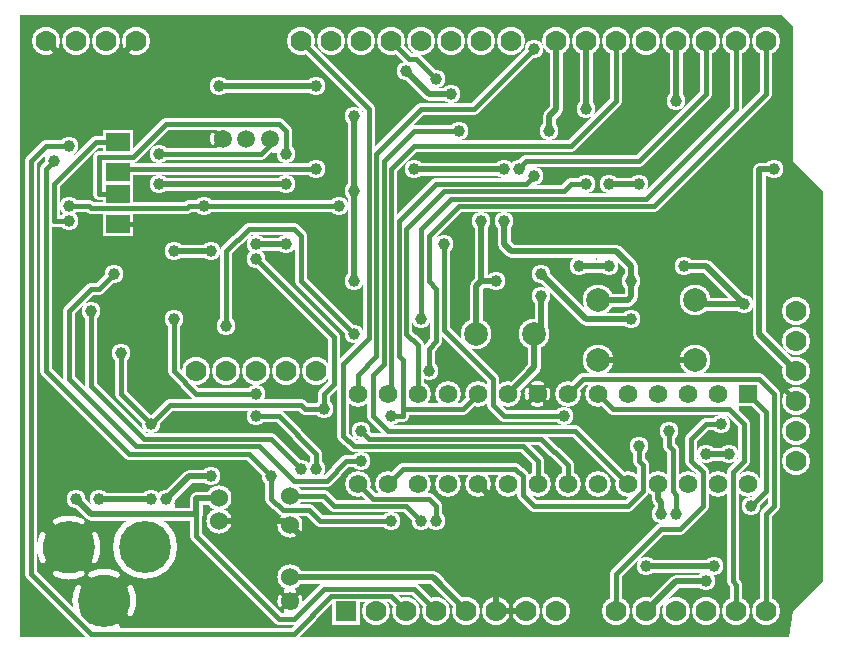
<source format=gbr>
G04 GERBER ASCII OUTPUT FROM: EDWINXP (VER. 1.61 REV. 20080915)*
G04 GERBER FORMAT: RX-274-X*
G04 BOARD: AMICUS_PIC18_MK2*
G04 ARTWORK OF SOLD.LAYERPOSITIVE SUPERIMPOSED ON NEGATIVE*
%ASAXBY*%
%FSLAX23Y23*%
%MIA0B0*%
%MOIN*%
%OFA0.0000B0.0000*%
%SFA1B1*%
%IJA0B0*%
%INLAYER29NEGPOS*%
%IOA0B0*%
%IPPOS*%
%IR0*%
G04 APERTURE MACROS*
%AMEDWDONUT*
1,1,$1,$2,$3*
1,0,$4,$2,$3*
%
%AMEDWFRECT*
20,1,$1,$2,$3,$4,$5,$6*
%
%AMEDWORECT*
20,1,$1,$2,$3,$4,$5,$10*
20,1,$1,$4,$5,$6,$7,$10*
20,1,$1,$6,$7,$8,$9,$10*
20,1,$1,$8,$9,$2,$3,$10*
1,1,$1,$2,$3*
1,1,$1,$4,$5*
1,1,$1,$6,$7*
1,1,$1,$8,$9*
%
%AMEDWLINER*
20,1,$1,$2,$3,$4,$5,$6*
1,1,$1,$2,$3*
1,1,$1,$4,$5*
%
%AMEDWFTRNG*
4,1,3,$1,$2,$3,$4,$5,$6,$7,$8,$9*
%
%AMEDWATRNG*
4,1,3,$1,$2,$3,$4,$5,$6,$7,$8,$9*
20,1,$11,$1,$2,$3,$4,$10*
20,1,$11,$3,$4,$5,$6,$10*
20,1,$11,$5,$6,$7,$8,$10*
1,1,$11,$3,$4*
1,1,$11,$5,$6*
1,1,$11,$7,$8*
%
%AMEDWOTRNG*
20,1,$1,$2,$3,$4,$5,$8*
20,1,$1,$4,$5,$6,$7,$8*
20,1,$1,$6,$7,$2,$3,$8*
1,1,$1,$2,$3*
1,1,$1,$4,$5*
1,1,$1,$6,$7*
%
G04*
G04 APERTURE LIST*
%ADD10R,0.08661X0.0700*%
%ADD11R,0.11061X0.0940*%
%ADD12R,0.07874X0.0600*%
%ADD13R,0.10274X0.0840*%
%ADD14R,0.0700X0.0650*%
%ADD15R,0.0940X0.0890*%
%ADD16R,0.0600X0.0550*%
%ADD17R,0.0840X0.0790*%
%ADD18R,0.0250X0.0860*%
%ADD19R,0.0490X0.1100*%
%ADD20R,0.0150X0.0750*%
%ADD21R,0.0390X0.0990*%
%ADD22R,0.0700X0.0700*%
%ADD23R,0.0940X0.0940*%
%ADD24R,0.0600X0.0600*%
%ADD25R,0.0840X0.0840*%
%ADD26R,0.0750X0.0250*%
%ADD27R,0.0990X0.0490*%
%ADD28R,0.0700X0.0200*%
%ADD29R,0.0940X0.0440*%
%ADD30R,0.0570X0.0970*%
%ADD31R,0.0810X0.1210*%
%ADD32R,0.0470X0.0870*%
%ADD33R,0.0710X0.1110*%
%ADD34R,0.1520X0.0970*%
%ADD35R,0.1760X0.1210*%
%ADD36R,0.1420X0.0870*%
%ADD37R,0.1660X0.1110*%
%ADD38R,0.0650X0.0700*%
%ADD39R,0.0890X0.0940*%
%ADD40R,0.0550X0.0600*%
%ADD41R,0.0790X0.0840*%
%ADD42R,0.04724X0.06693*%
%ADD43R,0.07124X0.09093*%
%ADD44R,0.03937X0.05906*%
%ADD45R,0.06337X0.08306*%
%ADD46R,0.0500X0.0580*%
%ADD47R,0.0740X0.0820*%
%ADD48R,0.0400X0.0480*%
%ADD49R,0.0640X0.0720*%
%ADD50R,0.0860X0.0860*%
%ADD51R,0.1100X0.1100*%
%ADD52R,0.06693X0.04724*%
%ADD53R,0.09093X0.07124*%
%ADD54R,0.05906X0.03937*%
%ADD55R,0.08306X0.06337*%
%ADD56R,0.07087X0.06693*%
%ADD57R,0.09487X0.09093*%
%ADD58R,0.06299X0.05906*%
%ADD59R,0.08699X0.08306*%
%ADD60R,0.1100X0.0800*%
%ADD61R,0.1340X0.1040*%
%ADD62R,0.1000X0.0700*%
%ADD63R,0.1240X0.0940*%
%ADD64C,0.00039*%
%ADD66C,0.0010*%
%ADD68C,0.00118*%
%ADD70C,0.0020*%
%ADD71R,0.0020X0.0020*%
%ADD72C,0.0030*%
%ADD73R,0.0030X0.0030*%
%ADD74C,0.00394*%
%ADD76C,0.0040*%
%ADD77R,0.0040X0.0040*%
%ADD78C,0.00472*%
%ADD80C,0.0050*%
%ADD81R,0.0050X0.0050*%
%ADD82C,0.00512*%
%ADD83R,0.00512X0.00512*%
%ADD84C,0.00551*%
%ADD85R,0.00551X0.00551*%
%ADD86C,0.00591*%
%ADD87R,0.00591X0.00591*%
%ADD88C,0.00659*%
%ADD89R,0.00659X0.00659*%
%ADD90C,0.00787*%
%ADD91R,0.00787X0.00787*%
%ADD92C,0.00799*%
%ADD94C,0.0080*%
%ADD96C,0.00984*%
%ADD97R,0.00984X0.00984*%
%ADD98C,0.0100*%
%ADD99R,0.0100X0.0100*%
%ADD100C,0.01181*%
%ADD102C,0.0120*%
%ADD104C,0.0120*%
%ADD106C,0.0130*%
%ADD108C,0.01575*%
%ADD110C,0.0160*%
%ADD111R,0.0160X0.0160*%
%ADD112C,0.01698*%
%ADD113R,0.01698X0.01698*%
%ADD114C,0.01797*%
%ADD115R,0.01797X0.01797*%
%ADD116C,0.01895*%
%ADD117R,0.01895X0.01895*%
%ADD118C,0.01969*%
%ADD119R,0.01969X0.01969*%
%ADD120C,0.01994*%
%ADD121R,0.01994X0.01994*%
%ADD122C,0.0200*%
%ADD124C,0.02092*%
%ADD125R,0.02092X0.02092*%
%ADD126C,0.02191*%
%ADD127R,0.02191X0.02191*%
%ADD128C,0.02289*%
%ADD129R,0.02289X0.02289*%
%ADD130C,0.02362*%
%ADD131R,0.02362X0.02362*%
%ADD132C,0.02387*%
%ADD133R,0.02387X0.02387*%
%ADD134C,0.0240*%
%ADD135R,0.0240X0.0240*%
%ADD136C,0.0240*%
%ADD137R,0.0240X0.0240*%
%ADD138C,0.02486*%
%ADD139R,0.02486X0.02486*%
%ADD140C,0.0250*%
%ADD141R,0.0250X0.0250*%
%ADD142C,0.02584*%
%ADD143R,0.02584X0.02584*%
%ADD144C,0.02683*%
%ADD145R,0.02683X0.02683*%
%ADD146C,0.02781*%
%ADD147R,0.02781X0.02781*%
%ADD148C,0.02794*%
%ADD150C,0.0288*%
%ADD151R,0.0288X0.0288*%
%ADD152C,0.0290*%
%ADD154C,0.02912*%
%ADD155R,0.02912X0.02912*%
%ADD156C,0.02951*%
%ADD157R,0.02951X0.02951*%
%ADD158C,0.02978*%
%ADD159R,0.02978X0.02978*%
%ADD160C,0.02991*%
%ADD161R,0.02991X0.02991*%
%ADD162C,0.0300*%
%ADD163R,0.0300X0.0300*%
%ADD164C,0.03059*%
%ADD165R,0.03059X0.03059*%
%ADD166C,0.03076*%
%ADD167R,0.03076X0.03076*%
%ADD168C,0.03175*%
%ADD169R,0.03175X0.03175*%
%ADD170C,0.03199*%
%ADD171R,0.03199X0.03199*%
%ADD172C,0.0320*%
%ADD173R,0.0320X0.0320*%
%ADD174C,0.03273*%
%ADD175R,0.03273X0.03273*%
%ADD176C,0.03372*%
%ADD177R,0.03372X0.03372*%
%ADD178C,0.0347*%
%ADD179R,0.0347X0.0347*%
%ADD180C,0.0350*%
%ADD181R,0.0350X0.0350*%
%ADD182C,0.03569*%
%ADD183R,0.03569X0.03569*%
%ADD184C,0.03581*%
%ADD186C,0.0360*%
%ADD188C,0.03667*%
%ADD189R,0.03667X0.03667*%
%ADD190C,0.0370*%
%ADD192C,0.03937*%
%ADD193R,0.03937X0.03937*%
%ADD194C,0.03962*%
%ADD195R,0.03962X0.03962*%
%ADD196C,0.03975*%
%ADD198C,0.0400*%
%ADD199R,0.0400X0.0400*%
%ADD200C,0.04061*%
%ADD201R,0.04061X0.04061*%
%ADD202C,0.04159*%
%ADD203R,0.04159X0.04159*%
%ADD204C,0.04173*%
%ADD205R,0.04173X0.04173*%
%ADD206C,0.04356*%
%ADD207R,0.04356X0.04356*%
%ADD208C,0.0440*%
%ADD210C,0.0450*%
%ADD211R,0.0450X0.0450*%
%ADD212C,0.04724*%
%ADD213R,0.04724X0.04724*%
%ADD214C,0.0475*%
%ADD215R,0.0475X0.0475*%
%ADD216C,0.0490*%
%ADD217R,0.0490X0.0490*%
%ADD218C,0.0500*%
%ADD219R,0.0500X0.0500*%
%ADD220C,0.05118*%
%ADD221R,0.05118X0.05118*%
%ADD222C,0.05143*%
%ADD223R,0.05143X0.05143*%
%ADD224C,0.05537*%
%ADD225R,0.05537X0.05537*%
%ADD226C,0.0560*%
%ADD227R,0.0560X0.0560*%
%ADD228C,0.0590*%
%ADD229R,0.0590X0.0590*%
%ADD230C,0.05906*%
%ADD231R,0.05906X0.05906*%
%ADD232C,0.05931*%
%ADD233R,0.05931X0.05931*%
%ADD234C,0.0600*%
%ADD235R,0.0600X0.0600*%
%ADD236C,0.06181*%
%ADD238C,0.0620*%
%ADD240C,0.06201*%
%ADD242C,0.06337*%
%ADD243R,0.06337X0.06337*%
%ADD244C,0.0650*%
%ADD245R,0.0650X0.0650*%
%ADD246C,0.06693*%
%ADD247R,0.06693X0.06693*%
%ADD248C,0.06718*%
%ADD249R,0.06718X0.06718*%
%ADD250C,0.0690*%
%ADD251R,0.0690X0.0690*%
%ADD252C,0.06906*%
%ADD253R,0.06906X0.06906*%
%ADD254C,0.06969*%
%ADD255R,0.06969X0.06969*%
%ADD256C,0.0700*%
%ADD257R,0.0700X0.0700*%
%ADD258C,0.07087*%
%ADD259R,0.07087X0.07087*%
%ADD260C,0.0740*%
%ADD262C,0.0750*%
%ADD263R,0.0750X0.0750*%
%ADD264C,0.07598*%
%ADD266C,0.0760*%
%ADD268C,0.07874*%
%ADD269R,0.07874X0.07874*%
%ADD270C,0.0800*%
%ADD271R,0.0800X0.0800*%
%ADD272C,0.08268*%
%ADD273R,0.08268X0.08268*%
%ADD274C,0.08306*%
%ADD275R,0.08306X0.08306*%
%ADD276C,0.0840*%
%ADD277R,0.0840X0.0840*%
%ADD278C,0.08581*%
%ADD280C,0.08598*%
%ADD282C,0.0860*%
%ADD283R,0.0860X0.0860*%
%ADD284C,0.08601*%
%ADD286C,0.08661*%
%ADD287R,0.08661X0.08661*%
%ADD288C,0.0890*%
%ADD289R,0.0890X0.0890*%
%ADD290C,0.0900*%
%ADD291R,0.0900X0.0900*%
%ADD292C,0.09093*%
%ADD293R,0.09093X0.09093*%
%ADD294C,0.09369*%
%ADD295R,0.09369X0.09369*%
%ADD296C,0.0940*%
%ADD297R,0.0940X0.0940*%
%ADD298C,0.09843*%
%ADD299R,0.09843X0.09843*%
%ADD300C,0.0990*%
%ADD301R,0.0990X0.0990*%
%ADD302C,0.09998*%
%ADD304C,0.1000*%
%ADD306C,0.10274*%
%ADD307R,0.10274X0.10274*%
%ADD308C,0.1040*%
%ADD309R,0.1040X0.1040*%
%ADD310C,0.1063*%
%ADD312C,0.10668*%
%ADD313R,0.10668X0.10668*%
%ADD314C,0.10998*%
%ADD316C,0.1100*%
%ADD317R,0.1100X0.1100*%
%ADD318C,0.11024*%
%ADD320C,0.11061*%
%ADD321R,0.11061X0.11061*%
%ADD322C,0.1120*%
%ADD323R,0.1120X0.1120*%
%ADD324C,0.1140*%
%ADD325R,0.1140X0.1140*%
%ADD326C,0.11417*%
%ADD327R,0.11417X0.11417*%
%ADD328C,0.1150*%
%ADD329R,0.1150X0.1150*%
%ADD330C,0.11811*%
%ADD332C,0.1200*%
%ADD333R,0.1200X0.1200*%
%ADD334C,0.1250*%
%ADD335R,0.1250X0.1250*%
%ADD336C,0.12992*%
%ADD337R,0.12992X0.12992*%
%ADD338C,0.1300*%
%ADD339R,0.1300X0.1300*%
%ADD340C,0.1390*%
%ADD341R,0.1390X0.1390*%
%ADD342C,0.1440*%
%ADD343R,0.1440X0.1440*%
%ADD344C,0.14567*%
%ADD345R,0.14567X0.14567*%
%ADD346C,0.1490*%
%ADD347R,0.1490X0.1490*%
%ADD348C,0.15354*%
%ADD349R,0.15354X0.15354*%
%ADD350C,0.15374*%
%ADD351R,0.15374X0.15374*%
%ADD352C,0.1540*%
%ADD353R,0.1540X0.1540*%
%ADD354C,0.17323*%
%ADD356C,0.17774*%
%ADD357R,0.17774X0.17774*%
%ADD358C,0.18504*%
%ADD360C,0.18898*%
%ADD362C,0.20904*%
%ADD364C,0.2126*%
%ADD366C,0.21298*%
%ADD368C,0.22835*%
%ADD371R,0.23622X0.23622*%
%ADD373R,0.24937X0.24937*%
%ADD375R,0.26022X0.26022*%
%ADD377R,0.27337X0.27337*%
%ADD379R,0.31496X0.31496*%
%ADD381R,0.32811X0.32811*%
%ADD383R,0.33896X0.33896*%
%ADD385R,0.35211X0.35211*%
%ADD386C,0.45211*%
%ADD387R,0.45211X0.45211*%
%ADD388C,0.55211*%
%ADD389R,0.55211X0.55211*%
%ADD390C,0.65211*%
%ADD391R,0.65211X0.65211*%
%ADD392C,0.75211*%
%ADD393R,0.75211X0.75211*%
%ADD394C,0.85211*%
%ADD395R,0.85211X0.85211*%
%ADD396C,0.95211*%
%ADD397R,0.95211X0.95211*%
%ADD398C,1.05211*%
%ADD399R,1.05211X1.05211*%
%ADD400C,1.15211*%
%ADD401R,1.15211X1.15211*%
%ADD402C,1.25211*%
%ADD403R,1.25211X1.25211*%
%ADD404C,1.35211*%
%ADD405R,1.35211X1.35211*%
%ADD406C,1.45211*%
%ADD407R,1.45211X1.45211*%
%ADD408C,1.55211*%
%ADD409R,1.55211X1.55211*%
%ADD410C,1.65211*%
%ADD411R,1.65211X1.65211*%
%ADD412C,1.75211*%
%ADD413R,1.75211X1.75211*%
%ADD414C,1.85211*%
%ADD415R,1.85211X1.85211*%
%ADD416C,1.95211*%
%ADD417R,1.95211X1.95211*%
G04*
%LNLLAYER29CPOURD*%
%LPD*%
G36*
X1600Y100D02*
X1575Y13D01*
X13Y13D01*
X13Y2088D01*
X2550Y2088D01*
X2588Y2050D01*
X2588Y1600D01*
X2688Y1500D01*
X2688Y200D01*
X2588Y100D01*
X2575Y13D01*
X1638Y13D01*
X1600Y100D01*
G37*
G36*
X1613Y100D02*
X1538Y13D01*
X1700Y13D01*
X1613Y100D01*
G37*
%LNLLAYER29CRELIEVEC*%
%LPC*%
G36*
X1299Y850D02*
X1299Y898D01*
X1323Y898D01*
X1323Y850D01*
X1299Y850D01*
G37*
G36*
X1299Y894D02*
X1299Y937D01*
X1323Y937D01*
X1323Y894D01*
X1299Y894D01*
G37*
G36*
X1299Y933D02*
X1299Y961D01*
X1323Y961D01*
X1323Y933D01*
X1299Y933D01*
G37*
G36*
X1283Y949D02*
X1283Y984D01*
X1303Y984D01*
X1303Y949D01*
X1283Y949D01*
G37*
G36*
X1299Y957D02*
X1299Y984D01*
X1323Y984D01*
X1323Y957D01*
X1299Y957D01*
G37*
D133*
X1295Y992D02*D03*
G36*
X1197Y846D02*
X1197Y882D01*
X1217Y882D01*
X1217Y846D01*
X1197Y846D01*
G37*
G36*
X1212Y858D02*
X1212Y898D01*
X1236Y898D01*
X1236Y858D01*
X1212Y858D01*
G37*
G36*
X1153Y850D02*
X1153Y894D01*
X1173Y894D01*
X1173Y850D01*
X1153Y850D01*
G37*
G36*
X1098Y846D02*
X1098Y894D01*
X1118Y894D01*
X1118Y846D01*
X1098Y846D01*
G37*
G36*
X1098Y890D02*
X1098Y921D01*
X1126Y921D01*
X1126Y890D01*
X1098Y890D01*
G37*
G36*
X1122Y905D02*
X1122Y929D01*
X1142Y929D01*
X1142Y905D01*
X1122Y905D01*
G37*
G36*
X1138Y921D02*
X1138Y957D01*
X1158Y957D01*
X1158Y921D01*
X1138Y921D01*
G37*
D121*
X1128Y935D02*D03*
G36*
X1153Y937D02*
X1153Y977D01*
X1173Y977D01*
X1173Y937D01*
X1153Y937D01*
G37*
G36*
X1165Y972D02*
X1165Y988D01*
X1185Y988D01*
X1185Y972D01*
X1165Y972D01*
G37*
G36*
X1142Y1008D02*
X1142Y1024D01*
X1162Y1024D01*
X1162Y1008D01*
X1142Y1008D01*
G37*
G36*
X1224Y768D02*
X1224Y788D01*
X1248Y788D01*
X1248Y768D01*
X1224Y768D01*
G37*
G36*
X1248Y768D02*
X1248Y791D01*
X1276Y791D01*
X1276Y768D01*
X1248Y768D01*
G37*
G36*
X1197Y748D02*
X1197Y791D01*
X1228Y791D01*
X1228Y748D01*
X1197Y748D01*
G37*
G36*
X1212Y732D02*
X1212Y748D01*
X1232Y748D01*
X1232Y732D01*
X1212Y732D01*
G37*
G36*
X1272Y504D02*
X1272Y547D01*
X1303Y547D01*
X1303Y504D01*
X1272Y504D01*
G37*
G36*
X1283Y543D02*
X1283Y563D01*
X1307Y563D01*
X1307Y543D01*
X1283Y543D01*
G37*
G36*
X1264Y488D02*
X1264Y508D01*
X1307Y508D01*
X1307Y488D01*
X1264Y488D01*
G37*
G36*
X2488Y783D02*
X2488Y823D01*
X2512Y823D01*
X2512Y783D01*
X2488Y783D01*
G37*
G36*
X2472Y799D02*
X2472Y843D01*
X2492Y843D01*
X2492Y799D01*
X2472Y799D01*
G37*
G36*
X2346Y744D02*
X2346Y764D01*
X2370Y764D01*
X2370Y744D01*
X2346Y744D01*
G37*
X2400Y778D02*D03*
X2376Y793D02*D03*
X2392Y793D02*D03*
G36*
X2370Y799D02*
X2370Y839D01*
X2402Y839D01*
X2402Y799D01*
X2370Y799D01*
G37*
D169*
X2382Y850D02*D03*
G36*
X2272Y815D02*
X2272Y862D01*
X2303Y862D01*
X2303Y815D01*
X2272Y815D01*
G37*
G36*
X2264Y787D02*
X2264Y807D01*
X2307Y807D01*
X2307Y787D01*
X2264Y787D01*
G37*
G36*
X2161Y787D02*
X2161Y807D01*
X2209Y807D01*
X2209Y787D01*
X2161Y787D01*
G37*
X2185Y819D02*D03*
G36*
X2169Y831D02*
X2169Y862D01*
X2205Y862D01*
X2205Y831D01*
X2169Y831D01*
G37*
G36*
X2071Y819D02*
X2071Y862D01*
X2102Y862D01*
X2102Y819D01*
X2071Y819D01*
G37*
G36*
X2098Y846D02*
X2098Y862D01*
X2118Y862D01*
X2118Y846D01*
X2098Y846D01*
G37*
G36*
X2063Y787D02*
X2063Y807D01*
X2106Y807D01*
X2106Y787D01*
X2063Y787D01*
G37*
G36*
X2071Y803D02*
X2071Y823D01*
X2102Y823D01*
X2102Y803D01*
X2071Y803D01*
G37*
D133*
X1996Y799D02*D03*
G36*
X1968Y803D02*
X1968Y835D01*
X1988Y835D01*
X1988Y803D01*
X1968Y803D01*
G37*
G36*
X1984Y807D02*
X1984Y835D01*
X2004Y835D01*
X2004Y807D01*
X1984Y807D01*
G37*
G36*
X1968Y831D02*
X1968Y862D01*
X2004Y862D01*
X2004Y831D01*
X1968Y831D01*
G37*
G36*
X1890Y1264D02*
X1890Y1288D01*
X1933Y1288D01*
X1933Y1264D01*
X1890Y1264D01*
G37*
G36*
X1874Y1268D02*
X1874Y1284D01*
X1894Y1284D01*
X1894Y1268D01*
X1874Y1268D01*
G37*
X1945Y1276D02*D03*
G36*
X1953Y1268D02*
X1953Y1284D01*
X1973Y1284D01*
X1973Y1268D01*
X1953Y1268D01*
G37*
G36*
X1972Y1268D02*
X1972Y1288D01*
X1996Y1288D01*
X1996Y1268D01*
X1972Y1268D01*
G37*
G36*
X2165Y449D02*
X2165Y488D01*
X2185Y488D01*
X2185Y449D01*
X2165Y449D01*
G37*
G36*
X2149Y476D02*
X2149Y492D01*
X2169Y492D01*
X2169Y476D01*
X2149Y476D01*
G37*
G36*
X2165Y390D02*
X2165Y406D01*
X2185Y406D01*
X2185Y390D01*
X2165Y390D01*
G37*
X1358Y429D02*D03*
G36*
X1331Y429D02*
X1331Y461D01*
X1351Y461D01*
X1351Y429D01*
X1331Y429D01*
G37*
X1358Y449D02*D03*
G36*
X1315Y445D02*
X1315Y461D01*
X1335Y461D01*
X1335Y445D01*
X1315Y445D01*
G37*
G36*
X1366Y413D02*
X1366Y449D01*
X1386Y449D01*
X1386Y413D01*
X1366Y413D01*
G37*
D121*
X829Y596D02*D03*
X813Y612D02*D03*
X797Y628D02*D03*
X844Y581D02*D03*
G36*
X1386Y1291D02*
X1386Y1323D01*
X1406Y1323D01*
X1406Y1291D01*
X1386Y1291D01*
G37*
X1396Y1337D02*D03*
G36*
X1386Y1232D02*
X1386Y1291D01*
X1410Y1291D01*
X1410Y1232D01*
X1386Y1232D01*
G37*
G36*
X1386Y1197D02*
X1386Y1232D01*
X1410Y1232D01*
X1410Y1197D01*
X1386Y1197D01*
G37*
G36*
X1358Y1126D02*
X1358Y1173D01*
X1386Y1173D01*
X1386Y1126D01*
X1358Y1126D01*
G37*
G36*
X1366Y1079D02*
X1366Y1126D01*
X1386Y1126D01*
X1386Y1079D01*
X1366Y1079D01*
G37*
G36*
X1311Y1331D02*
X1311Y1374D01*
X1335Y1374D01*
X1335Y1331D01*
X1311Y1331D01*
G37*
G36*
X1311Y1291D02*
X1311Y1331D01*
X1335Y1331D01*
X1335Y1291D01*
X1311Y1291D01*
G37*
G36*
X1311Y1248D02*
X1311Y1291D01*
X1335Y1291D01*
X1335Y1248D01*
X1311Y1248D01*
G37*
G36*
X1311Y1205D02*
X1311Y1248D01*
X1335Y1248D01*
X1335Y1205D01*
X1311Y1205D01*
G37*
G36*
X1311Y1161D02*
X1311Y1205D01*
X1335Y1205D01*
X1335Y1161D01*
X1311Y1161D01*
G37*
G36*
X1311Y1122D02*
X1311Y1162D01*
X1335Y1162D01*
X1335Y1122D01*
X1311Y1122D01*
G37*
G36*
X1311Y1079D02*
X1311Y1122D01*
X1331Y1122D01*
X1331Y1079D01*
X1311Y1079D01*
G37*
G36*
X1138Y1701D02*
X1138Y1732D01*
X1162Y1732D01*
X1162Y1701D01*
X1138Y1701D01*
G37*
X1152Y1738D02*D03*
G36*
X1138Y1653D02*
X1138Y1701D01*
X1162Y1701D01*
X1162Y1653D01*
X1138Y1653D01*
G37*
G36*
X1138Y1606D02*
X1138Y1654D01*
X1162Y1654D01*
X1162Y1606D01*
X1138Y1606D01*
G37*
G36*
X1138Y1559D02*
X1138Y1606D01*
X1162Y1606D01*
X1162Y1559D01*
X1138Y1559D01*
G37*
G36*
X1138Y1520D02*
X1138Y1559D01*
X1162Y1559D01*
X1162Y1520D01*
X1138Y1520D01*
G37*
X1152Y1490D02*D03*
G36*
X1142Y1504D02*
X1142Y1520D01*
X1162Y1520D01*
X1162Y1504D01*
X1142Y1504D01*
G37*
G36*
X1138Y1433D02*
X1138Y1480D01*
X1162Y1480D01*
X1162Y1433D01*
X1138Y1433D01*
G37*
G36*
X1138Y1390D02*
X1138Y1433D01*
X1162Y1433D01*
X1162Y1390D01*
X1138Y1390D01*
G37*
G36*
X1138Y1346D02*
X1138Y1390D01*
X1162Y1390D01*
X1162Y1346D01*
X1138Y1346D01*
G37*
G36*
X1138Y1299D02*
X1138Y1347D01*
X1162Y1347D01*
X1162Y1299D01*
X1138Y1299D01*
G37*
G36*
X1138Y1252D02*
X1138Y1299D01*
X1162Y1299D01*
X1162Y1252D01*
X1138Y1252D01*
G37*
G36*
X1142Y1201D02*
X1142Y1252D01*
X1162Y1252D01*
X1162Y1201D01*
X1142Y1201D01*
G37*
G36*
X1319Y1665D02*
X1319Y1685D01*
X1370Y1685D01*
X1370Y1665D01*
X1319Y1665D01*
G37*
G36*
X1366Y1665D02*
X1366Y1689D01*
X1421Y1689D01*
X1421Y1665D01*
X1366Y1665D01*
G37*
G36*
X1417Y1665D02*
X1417Y1689D01*
X1453Y1689D01*
X1453Y1665D01*
X1417Y1665D01*
G37*
G36*
X795Y1681D02*
X795Y1713D01*
X815Y1713D01*
X815Y1681D01*
X795Y1681D01*
G37*
G36*
X811Y1697D02*
X811Y1713D01*
X831Y1713D01*
X831Y1697D01*
X811Y1697D01*
G37*
G36*
X791Y1638D02*
X791Y1658D01*
X815Y1658D01*
X815Y1638D01*
X791Y1638D01*
G37*
G36*
X697Y1638D02*
X697Y1658D01*
X740Y1658D01*
X740Y1638D01*
X697Y1638D01*
G37*
G36*
X716Y1653D02*
X716Y1669D01*
X736Y1669D01*
X736Y1653D01*
X716Y1653D01*
G37*
G36*
X716Y1677D02*
X716Y1713D01*
X736Y1713D01*
X736Y1677D01*
X716Y1677D01*
G37*
D133*
X709Y1701D02*D03*
G36*
X732Y1697D02*
X732Y1713D01*
X752Y1713D01*
X752Y1697D01*
X732Y1697D01*
G37*
G36*
X1838Y1488D02*
X1838Y1508D01*
X1894Y1508D01*
X1894Y1488D01*
X1838Y1488D01*
G37*
G36*
X1622Y1539D02*
X1622Y1559D01*
X1669Y1559D01*
X1669Y1539D01*
X1622Y1539D01*
G37*
G36*
X1673Y1539D02*
X1673Y1559D01*
X1701Y1559D01*
X1701Y1539D01*
X1673Y1539D01*
G37*
G36*
X1972Y1488D02*
X1972Y1508D01*
X2032Y1508D01*
X2032Y1488D01*
X1972Y1488D01*
G37*
X2047Y1500D02*D03*
G36*
X2055Y1488D02*
X2055Y1504D01*
X2075Y1504D01*
X2075Y1488D01*
X2055Y1488D01*
G37*
G36*
X2075Y1488D02*
X2075Y1508D01*
X2099Y1508D01*
X2099Y1488D01*
X2075Y1488D01*
G37*
D121*
X927Y1313D02*D03*
X927Y1337D02*D03*
G36*
X898Y1342D02*
X898Y1362D01*
X921Y1362D01*
X921Y1342D01*
X898Y1342D01*
G37*
D133*
X1350Y1886D02*D03*
G36*
X1323Y1890D02*
X1323Y1917D01*
X1343Y1917D01*
X1343Y1890D01*
X1323Y1890D01*
G37*
D121*
X1384Y1848D02*D03*
G36*
X1358Y1854D02*
X1358Y1874D01*
X1382Y1874D01*
X1382Y1854D01*
X1358Y1854D01*
G37*
G36*
X110Y1543D02*
X110Y1575D01*
X130Y1575D01*
X130Y1543D01*
X110Y1543D01*
G37*
X136Y1569D02*D03*
G36*
X142Y1575D02*
X142Y1599D01*
X162Y1599D01*
X162Y1575D01*
X142Y1575D01*
G37*
G36*
X157Y1590D02*
X157Y1626D01*
X177Y1626D01*
X177Y1590D01*
X157Y1590D01*
G37*
G36*
X142Y1602D02*
X142Y1634D01*
X162Y1634D01*
X162Y1602D01*
X142Y1602D01*
G37*
G36*
X173Y1606D02*
X173Y1630D01*
X193Y1630D01*
X193Y1606D01*
X173Y1606D01*
G37*
X100Y1624D02*D03*
G36*
X122Y1618D02*
X122Y1638D01*
X146Y1638D01*
X146Y1618D01*
X122Y1618D01*
G37*
G36*
X106Y1622D02*
X106Y1638D01*
X126Y1638D01*
X126Y1622D01*
X106Y1622D01*
G37*
X258Y447D02*D03*
G36*
X272Y437D02*
X272Y457D01*
X295Y457D01*
X295Y437D01*
X272Y437D01*
G37*
G36*
X295Y437D02*
X295Y461D01*
X362Y461D01*
X362Y437D01*
X295Y437D01*
G37*
G36*
X358Y437D02*
X358Y461D01*
X414Y461D01*
X414Y437D01*
X358Y437D01*
G37*
D133*
X421Y449D02*D03*
G36*
X429Y437D02*
X429Y453D01*
X449Y453D01*
X449Y437D01*
X429Y437D01*
G37*
G36*
X449Y437D02*
X449Y457D01*
X473Y457D01*
X473Y437D01*
X449Y437D01*
G37*
G36*
X468Y437D02*
X468Y457D01*
X496Y457D01*
X496Y437D01*
X468Y437D01*
G37*
G36*
X500Y437D02*
X500Y457D01*
X528Y457D01*
X528Y437D01*
X500Y437D01*
G37*
G36*
X862Y468D02*
X862Y528D01*
X882Y528D01*
X882Y468D01*
X862Y468D01*
G37*
D121*
X888Y522D02*D03*
G36*
X866Y527D02*
X866Y547D01*
X894Y547D01*
X894Y527D01*
X866Y527D01*
G37*
X923Y565D02*D03*
G36*
X898Y571D02*
X898Y591D01*
X921Y591D01*
X921Y571D01*
X898Y571D01*
G37*
X892Y596D02*D03*
G36*
X866Y602D02*
X866Y622D01*
X890Y622D01*
X890Y602D01*
X866Y602D01*
G37*
G36*
X850Y618D02*
X850Y638D01*
X874Y638D01*
X874Y618D01*
X850Y618D01*
G37*
X848Y644D02*D03*
G36*
X823Y646D02*
X823Y662D01*
X843Y662D01*
X843Y646D01*
X823Y646D01*
G37*
D215*
X2232Y465D02*D03*
G36*
X2252Y445D02*
X2252Y496D01*
X2272Y496D01*
X2272Y445D01*
X2252Y445D01*
G37*
G36*
X2220Y413D02*
X2220Y441D01*
X2240Y441D01*
X2240Y413D01*
X2220Y413D01*
G37*
G36*
X2269Y800D02*
X2269Y817D01*
X2305Y817D01*
X2305Y800D01*
X2269Y800D01*
G37*
G36*
X2296Y843D02*
X2296Y863D01*
X2313Y863D01*
X2313Y843D01*
X2296Y843D01*
G37*
G36*
X2262Y843D02*
X2262Y863D01*
X2279Y863D01*
X2279Y843D01*
X2262Y843D01*
G37*
D113*
X2206Y855D02*D03*
G36*
X2159Y847D02*
X2159Y863D01*
X2176Y863D01*
X2176Y847D01*
X2159Y847D01*
G37*
G36*
X2061Y845D02*
X2061Y863D01*
X2078Y863D01*
X2078Y845D01*
X2061Y845D01*
G37*
G36*
X1997Y845D02*
X1997Y863D01*
X2014Y863D01*
X2014Y845D01*
X1997Y845D01*
G37*
G36*
X1959Y847D02*
X1959Y863D01*
X1976Y863D01*
X1976Y847D01*
X1959Y847D01*
G37*
G36*
X2485Y816D02*
X2485Y834D01*
X2504Y834D01*
X2504Y816D01*
X2485Y816D01*
G37*
X2171Y490D02*D03*
G36*
X2166Y436D02*
X2166Y455D01*
X2183Y455D01*
X2183Y436D01*
X2166Y436D01*
G37*
G36*
X2155Y388D02*
X2155Y404D01*
X2172Y404D01*
X2172Y388D01*
X2155Y388D01*
G37*
G36*
X2178Y388D02*
X2178Y404D01*
X2195Y404D01*
X2195Y388D01*
X2178Y388D01*
G37*
G36*
X2233Y424D02*
X2233Y447D01*
X2250Y447D01*
X2250Y424D01*
X2233Y424D01*
G37*
X2459Y488D02*D03*
X2473Y501D02*D03*
G36*
X2469Y503D02*
X2469Y520D01*
X2487Y520D01*
X2487Y503D01*
X2469Y503D01*
G37*
G36*
X2471Y513D02*
X2471Y539D01*
X2488Y539D01*
X2488Y513D01*
X2471Y513D01*
G37*
G36*
X1300Y977D02*
X1300Y994D01*
X1318Y994D01*
X1318Y977D01*
X1300Y977D01*
G37*
G36*
X1203Y875D02*
X1203Y891D01*
X1220Y891D01*
X1220Y875D01*
X1203Y875D01*
G37*
G36*
X1218Y891D02*
X1218Y908D01*
X1237Y908D01*
X1237Y891D01*
X1218Y891D01*
G37*
X1266Y793D02*D03*
G36*
X1200Y784D02*
X1200Y800D01*
X1217Y800D01*
X1217Y784D01*
X1200Y784D01*
G37*
G36*
X1363Y442D02*
X1363Y458D01*
X1380Y458D01*
X1380Y442D01*
X1363Y442D01*
G37*
G36*
X873Y540D02*
X873Y557D01*
X891Y557D01*
X891Y540D01*
X873Y540D01*
G37*
G36*
X891Y518D02*
X891Y539D01*
X908Y539D01*
X908Y518D01*
X891Y518D01*
G37*
G36*
X895Y584D02*
X895Y601D01*
X913Y601D01*
X913Y584D01*
X895Y584D01*
G37*
G36*
X832Y584D02*
X832Y600D01*
X849Y600D01*
X849Y584D01*
X832Y584D01*
G37*
G36*
X816Y599D02*
X816Y615D01*
X833Y615D01*
X833Y599D01*
X816Y599D01*
G37*
G36*
X800Y615D02*
X800Y631D01*
X817Y631D01*
X817Y615D01*
X800Y615D01*
G37*
G36*
X1107Y914D02*
X1107Y931D01*
X1128Y931D01*
X1128Y914D01*
X1107Y914D01*
G37*
X1151Y958D02*D03*
G36*
X1166Y945D02*
X1166Y978D01*
X1183Y978D01*
X1183Y945D01*
X1166Y945D01*
G37*
D115*
X1370Y1175D02*D03*
G36*
X1319Y1367D02*
X1319Y1384D01*
X1337Y1384D01*
X1337Y1367D01*
X1319Y1367D01*
G37*
D113*
X923Y1348D02*D03*
G36*
X2024Y1487D02*
X2024Y1510D01*
X2042Y1510D01*
X2042Y1487D01*
X2024Y1487D01*
G37*
G36*
X1698Y1567D02*
X1698Y1586D01*
X1715Y1586D01*
X1715Y1567D01*
X1698Y1567D01*
G37*
G36*
X1708Y1572D02*
X1708Y1589D01*
X1727Y1589D01*
X1727Y1572D01*
X1708Y1572D01*
G37*
D115*
X805Y1659D02*D03*
G36*
X854Y1629D02*
X854Y1646D01*
X878Y1646D01*
X878Y1629D01*
X854Y1629D01*
G37*
D113*
X876Y1647D02*D03*
G36*
X1355Y1867D02*
X1355Y1887D01*
X1376Y1887D01*
X1376Y1867D01*
X1355Y1867D01*
G37*
D121*
X1456Y1672D02*D03*
G36*
X1336Y1891D02*
X1336Y1909D01*
X1354Y1909D01*
X1354Y1891D01*
X1336Y1891D01*
G37*
D115*
X1326Y1919D02*D03*
D13* 
X338Y1665D02*D03*
X338Y1565D02*D03*
X338Y1490D02*D03*
D364*
X431Y313D02*D03*
D332*
X2600Y1400D02*D03*
X600Y2000D02*D03*
X2600Y300D02*D03*
D25* 
X2438Y825D02*D03*
D282*
X2338Y825D02*D03*
X2238Y825D02*D03*
X2138Y825D02*D03*
X2038Y825D02*D03*
X1938Y825D02*D03*
X1838Y825D02*D03*
X1638Y825D02*D03*
X1538Y825D02*D03*
X1438Y825D02*D03*
X1338Y825D02*D03*
X1238Y825D02*D03*
X1138Y825D02*D03*
X1138Y525D02*D03*
X1238Y525D02*D03*
X1338Y525D02*D03*
X1438Y525D02*D03*
X1638Y525D02*D03*
X1738Y525D02*D03*
X1838Y525D02*D03*
X1938Y525D02*D03*
X2038Y525D02*D03*
X2138Y525D02*D03*
X2238Y525D02*D03*
X2338Y525D02*D03*
X2438Y525D02*D03*
D296*
X2600Y600D02*D03*
X2600Y700D02*D03*
X2600Y900D02*D03*
X2600Y1000D02*D03*
X2600Y1100D02*D03*
X2000Y100D02*D03*
X2100Y100D02*D03*
X2200Y100D02*D03*
X2300Y100D02*D03*
X2400Y100D02*D03*
X2500Y100D02*D03*
X950Y2000D02*D03*
X1050Y2000D02*D03*
X1150Y2000D02*D03*
X1250Y2000D02*D03*
X1350Y2000D02*D03*
X1450Y2000D02*D03*
X1550Y2000D02*D03*
X1650Y2000D02*D03*
X1300Y100D02*D03*
X1400Y100D02*D03*
X1500Y100D02*D03*
X1800Y100D02*D03*
X1800Y2000D02*D03*
X1900Y2000D02*D03*
X2000Y2000D02*D03*
X2100Y2000D02*D03*
X2200Y2000D02*D03*
X2300Y2000D02*D03*
X2400Y2000D02*D03*
X2500Y2000D02*D03*
D306*
X1725Y1025D02*D03*
X1533Y1025D02*D03*
D276*
X913Y486D02*D03*
X675Y479D02*D03*
X913Y213D02*D03*
D306*
X2262Y1138D02*D03*
X1938Y1138D02*D03*
D23* 
X1100Y100D02*D03*
D296*
X1200Y100D02*D03*
X600Y900D02*D03*
X700Y900D02*D03*
X800Y900D02*D03*
X900Y900D02*D03*
X1000Y900D02*D03*
D274*
X845Y1675D02*D03*
X766Y1675D02*D03*
D296*
X200Y2000D02*D03*
X300Y2000D02*D03*
D102*
G75*
G01X1753Y859D02*
G03X1723Y859I-15J-34D01*
G01*
G75*
G01X1704Y840D02*
G03X1703Y811I34J-15D01*
G01*
G75*
G01X1722Y791D02*
G03X1752Y791I15J34D01*
G01*
G75*
G01X1771Y810D02*
G03X1772Y839I-34J15D01*
G01*
D282*
X1538Y525D02*D03*
D296*
X400Y2000D02*D03*
D118*
G75*
G01X207Y178D02*
G03X207Y93I86J-43D01*
G01*
G75*
G01X250Y49D02*
G03X336Y49I43J86D01*
G01*
G75*
G01X380Y93D02*
G03X380Y178I-86J43D01*
G01*
G75*
G01X336Y222D02*
G03X250Y222I-43J-86D01*
G01*
D296*
X100Y2000D02*D03*
D102*
G75*
G01X673Y1642D02*
G03X702Y1642I14J33D01*
G01*
G75*
G01X720Y1661D02*
G03X720Y1689I-33J14D01*
G01*
G75*
G01X702Y1708D02*
G03X673Y1708I-14J-33D01*
G01*
G75*
G01X655Y1689D02*
G03X655Y1661I33J-14D01*
G01*
D118*
G75*
G01X89Y355D02*
G03X89Y270I86J-43D01*
G01*
G75*
G01X132Y226D02*
G03X218Y226I43J86D01*
G01*
G75*
G01X261Y270D02*
G03X261Y355I-86J43D01*
G01*
G75*
G01X218Y399D02*
G03X132Y399I-43J-86D01*
G01*
D276*
X913Y388D02*D03*
D102*
G75*
G01X898Y101D02*
G03X927Y101I15J33D01*
G01*
G75*
G01X945Y119D02*
G03X946Y148I-33J15D01*
G01*
G75*
G01X927Y167D02*
G03X898Y167I-15J-33D01*
G01*
G75*
G01X880Y148D02*
G03X879Y120I33J-15D01*
G01*
D276*
X675Y400D02*D03*
D306*
X2262Y938D02*D03*
X1938Y938D02*D03*
D296*
X1600Y100D02*D03*
X1700Y100D02*D03*
X2600Y800D02*D03*
D318*
X252Y1783D02*D03*
X252Y1272D02*D03*
D13* 
X338Y1390D02*D03*
D242*
X275Y475D02*D03*
X1125Y1750D02*D03*
X1125Y1500D02*D03*
X1125Y1200D02*D03*
X350Y962D02*D03*
X800Y1275D02*D03*
X1025Y775D02*D03*
X450Y475D02*D03*
X1975Y1250D02*D03*
X1775Y1700D02*D03*
X1750Y1150D02*D03*
X650Y1300D02*D03*
X525Y1300D02*D03*
X525Y1075D02*D03*
X800Y825D02*D03*
X125Y1600D02*D03*
X675Y1850D02*D03*
X1000Y1850D02*D03*
X1300Y1900D02*D03*
X1450Y1825D02*D03*
X850Y550D02*D03*
X1250Y400D02*D03*
X200Y475D02*D03*
X450Y725D02*D03*
X1625Y1400D02*D03*
X1625Y1575D02*D03*
X1325Y1575D02*D03*
X1075Y1450D02*D03*
X175Y1650D02*D03*
X175Y1450D02*D03*
X2225Y1250D02*D03*
X1000Y575D02*D03*
X800Y750D02*D03*
X1900Y1775D02*D03*
X1900Y1525D02*D03*
X1600Y1200D02*D03*
X1550Y1400D02*D03*
X1250Y750D02*D03*
X1725Y1550D02*D03*
X1875Y1250D02*D03*
X2100Y250D02*D03*
X2325Y250D02*D03*
X2375Y625D02*D03*
X2300Y625D02*D03*
X2200Y1800D02*D03*
X2075Y650D02*D03*
X2050Y1075D02*D03*
X1750Y1225D02*D03*
X1675Y1575D02*D03*
X1375Y900D02*D03*
X175Y1400D02*D03*
X1350Y1075D02*D03*
X2450Y450D02*D03*
X2425Y1125D02*D03*
X625Y1450D02*D03*
X2050Y1200D02*D03*
X800Y1325D02*D03*
X900Y1325D02*D03*
X2075Y1525D02*D03*
X1975Y1525D02*D03*
X2525Y1575D02*D03*
X2150Y425D02*D03*
X1825Y750D02*D03*
X1425Y1325D02*D03*
X1475Y1700D02*D03*
X1400Y1875D02*D03*
X2175Y700D02*D03*
X2200Y425D02*D03*
X2300Y200D02*D03*
X2350Y725D02*D03*
X900Y1625D02*D03*
X1400Y400D02*D03*
D130*
X213Y725D02*D03*
D242*
X250Y1100D02*D03*
X950Y575D02*D03*
X1150Y700D02*D03*
X1150Y600D02*D03*
X325Y1225D02*D03*
X475Y1625D02*D03*
X900Y1525D02*D03*
X475Y1525D02*D03*
X1350Y400D02*D03*
X1725Y1975D02*D03*
X700Y1050D02*D03*
X1125Y1025D02*D03*
X1000Y1575D02*D03*
X500Y475D02*D03*
X650Y550D02*D03*
D130*
X2125Y663D02*D03*
X2113Y1125D02*D03*
X1625Y975D02*D03*
X1625Y1013D02*D03*
X1625Y1050D02*D03*
X1625Y1088D02*D03*
X513Y725D02*D03*
X88Y700D02*D03*
X88Y663D02*D03*
X125Y650D02*D03*
X125Y688D02*D03*
X125Y725D02*D03*
X250Y663D02*D03*
X250Y700D02*D03*
X213Y650D02*D03*
X213Y688D02*D03*
X738Y1288D02*D03*
X1600Y1700D02*D03*
X1700Y1700D02*D03*
X1825Y1088D02*D03*
X1463Y1088D02*D03*
X1900Y400D02*D03*
X1800Y400D02*D03*
X1463Y738D02*D03*
X1938Y725D02*D03*
D122*
X2200Y1000D02*
X2200Y938D01*
X1938Y938D01*
D110*
X400Y1272D02*
X252Y1272D01*
D122*
X1538Y525D02*
X1588Y475D01*
X1588Y375D01*
X2200Y1000D02*
X2175Y1025D01*
X2175Y1350D01*
X1675Y1350D01*
X1600Y100D02*
X1600Y363D01*
X1588Y375D01*
X1475Y375D01*
D110*
X400Y1350D02*
X400Y1272D01*
X400Y1125D01*
D122*
X252Y1783D02*
X252Y1900D01*
X300Y1900D01*
X400Y2000D01*
X252Y1900D02*
X200Y1900D01*
X100Y2000D01*
D110*
X913Y388D02*
X900Y400D01*
D122*
X900Y400D02*
X675Y400D01*
D110*
X2400Y925D02*
X2475Y925D01*
X2600Y800D01*
D122*
X2225Y1350D02*
X2175Y1350D01*
X913Y388D02*
X975Y325D01*
X1425Y325D01*
X1475Y375D01*
X2200Y938D02*
X2262Y938D01*
D110*
X400Y1350D02*
X625Y1350D01*
X700Y1425D01*
X950Y1425D01*
X1000Y1375D01*
X1000Y1325D01*
X400Y1125D02*
X550Y1125D01*
X675Y1000D01*
X725Y1000D01*
X750Y1025D01*
X800Y1025D01*
D122*
X2400Y925D02*
X2325Y1000D01*
X2200Y1000D01*
D110*
X338Y1390D02*
X400Y1390D01*
X400Y1350D01*
D122*
X1600Y100D02*
X1700Y100D01*
D198*
X450Y725D02*
X350Y825D01*
X350Y962D01*
D208*
X1125Y1500D02*
X1125Y1750D01*
X1125Y1200D02*
X1125Y1500D01*
D198*
X450Y725D02*
X513Y788D01*
X950Y788D01*
X963Y775D01*
X1025Y775D01*
D208*
X913Y213D02*
X1388Y213D01*
X1500Y100D01*
D198*
X1025Y775D02*
X1025Y825D01*
X1059Y859D01*
X1059Y1016D01*
X800Y1275D01*
D208*
X675Y479D02*
X600Y479D01*
X600Y425D01*
D198*
X600Y425D02*
X600Y350D01*
X875Y75D01*
X925Y75D01*
X1025Y175D01*
X1325Y175D01*
X1400Y100D01*
D208*
X450Y475D02*
X275Y475D01*
D198*
X525Y1075D02*
X525Y900D01*
X600Y825D01*
X800Y825D01*
X850Y550D02*
X775Y625D01*
X375Y625D01*
X100Y900D01*
X100Y1575D01*
X125Y1600D01*
D208*
X675Y1850D02*
X1000Y1850D01*
X1300Y1900D02*
X1375Y1825D01*
X1450Y1825D01*
D198*
X850Y550D02*
X850Y475D01*
X888Y437D01*
X975Y437D01*
X1012Y400D01*
X1250Y400D01*
D208*
X600Y425D02*
X250Y425D01*
X200Y475D01*
X1600Y1200D02*
X1550Y1200D01*
X1550Y1400D01*
X1550Y1200D02*
X1533Y1183D01*
X1533Y1025D01*
D196*
X1250Y750D02*
X1288Y750D01*
X1288Y775D01*
X1488Y775D01*
X1538Y825D01*
X1725Y1550D02*
X1700Y1525D01*
X1400Y1525D01*
X1275Y1400D01*
X1275Y950D01*
X1288Y937D01*
X1288Y775D01*
D208*
X1875Y1250D02*
X1975Y1250D01*
X1775Y1700D02*
X1775Y1750D01*
X1800Y1775D01*
X1800Y2000D01*
X1725Y1025D02*
X1725Y913D01*
X1638Y825D01*
X1725Y1025D02*
X1749Y1035D01*
X1750Y1100D01*
X1750Y1150D01*
X650Y1300D02*
X525Y1300D01*
X2425Y1125D02*
X2274Y1125D01*
D196*
X2274Y1125D02*
X2262Y1138D01*
X175Y1650D02*
X100Y1650D01*
X50Y1600D01*
X50Y225D01*
X250Y25D01*
X925Y25D01*
X1051Y151D01*
X1249Y151D01*
X1300Y100D01*
X625Y1450D02*
X575Y1450D01*
X569Y1444D01*
X250Y1444D01*
X244Y1450D01*
X175Y1450D01*
X1000Y575D02*
X1000Y625D01*
X875Y750D01*
X800Y750D01*
D208*
X1900Y1775D02*
X1900Y2000D01*
D196*
X1900Y1525D02*
X1850Y1525D01*
X1825Y1500D01*
X1425Y1500D01*
X1300Y1375D01*
X1300Y1025D01*
X1338Y988D01*
X1338Y825D01*
X175Y1400D02*
X125Y1400D01*
X125Y1525D01*
X265Y1665D01*
X338Y1665D01*
X1350Y1075D02*
X1350Y1375D01*
X1450Y1475D01*
X2100Y1475D01*
X2400Y1775D01*
X2400Y2000D01*
X1238Y825D02*
X1250Y838D01*
X1250Y1575D01*
X1325Y1650D01*
X1850Y1650D01*
X2000Y1800D01*
X2000Y2000D01*
X2438Y825D02*
X2500Y763D01*
X2500Y500D01*
X2450Y450D01*
D208*
X2425Y1125D02*
X2300Y1250D01*
X2225Y1250D01*
X2050Y1200D02*
X2050Y1250D01*
X2000Y1300D01*
X1650Y1300D01*
X1625Y1325D01*
X1625Y1400D01*
X1625Y1575D02*
X1325Y1575D01*
D196*
X625Y1450D02*
X1075Y1450D01*
D208*
X2050Y1200D02*
X2050Y1150D01*
X2038Y1138D01*
X1938Y1138D01*
D196*
X1400Y400D02*
X1400Y450D01*
X1375Y475D01*
X1188Y475D01*
X1138Y525D01*
D208*
X2100Y250D02*
X2325Y250D01*
X2375Y625D02*
X2300Y625D01*
X2200Y1800D02*
X2200Y2000D01*
D196*
X2075Y650D02*
X2075Y600D01*
X2088Y588D01*
X2088Y500D01*
X2038Y450D01*
X1725Y450D01*
X1688Y488D01*
X1688Y550D01*
X1663Y575D01*
X1288Y575D01*
X1238Y525D01*
D208*
X2050Y1075D02*
X1900Y1075D01*
X1750Y1225D01*
D196*
X1675Y1575D02*
X1700Y1600D01*
X2075Y1600D01*
X2300Y1825D01*
X2300Y2000D01*
X1375Y900D02*
X1375Y975D01*
X1400Y1000D01*
X1400Y1175D01*
X1375Y1200D01*
X1375Y1350D01*
X1475Y1450D01*
X2125Y1450D01*
X2500Y1825D01*
X2500Y2000D01*
X1400Y1875D02*
X1333Y1942D01*
X1308Y1942D01*
X1250Y2000D01*
X1738Y525D02*
X1738Y600D01*
X1688Y650D01*
X1125Y650D01*
X1090Y685D01*
X1090Y925D01*
X1175Y1010D01*
X1175Y1775D01*
X950Y2000D01*
X2500Y100D02*
X2500Y425D01*
X2525Y450D01*
X2525Y825D01*
X2475Y875D01*
X1888Y875D01*
X1838Y825D01*
X2400Y100D02*
X2400Y188D01*
X2388Y200D01*
X2388Y563D01*
X2425Y600D01*
X2425Y725D01*
X2375Y775D01*
X1988Y775D01*
X1938Y825D01*
X2175Y700D02*
X2175Y650D01*
X2188Y638D01*
X2188Y500D01*
X2200Y488D01*
X2200Y425D01*
D208*
X2300Y200D02*
X2200Y200D01*
X2100Y100D01*
D196*
X2350Y725D02*
X2300Y725D01*
X2250Y675D01*
X2250Y600D01*
X2288Y563D01*
X2288Y450D01*
X2213Y375D01*
X2150Y375D01*
X2000Y225D01*
X2000Y100D01*
X900Y1625D02*
X900Y1700D01*
X875Y1725D01*
X500Y1725D01*
X390Y1615D01*
X275Y1615D01*
X275Y1490D01*
X338Y1490D01*
D208*
X800Y1325D02*
X900Y1325D01*
X2075Y1525D02*
X1975Y1525D01*
X2600Y900D02*
X2475Y1025D01*
X2475Y1575D01*
X2525Y1575D01*
X2150Y425D02*
X2150Y463D01*
X2138Y475D01*
X2138Y525D01*
D196*
X1825Y750D02*
X1625Y750D01*
X1588Y788D01*
X1588Y875D01*
X1425Y1038D01*
X1425Y1325D01*
X1475Y1700D02*
X1325Y1700D01*
X1225Y1600D01*
X1225Y925D01*
X1188Y888D01*
X1188Y750D01*
X1238Y700D01*
X1863Y700D01*
X2038Y525D01*
X1725Y1975D02*
X1525Y1775D01*
X1350Y1775D01*
X1200Y1625D01*
X1200Y950D01*
X1138Y888D01*
X1138Y825D01*
X700Y1050D02*
X700Y1300D01*
X775Y1375D01*
X925Y1375D01*
X950Y1350D01*
X950Y1200D01*
X1125Y1025D01*
X1000Y1575D02*
X360Y1575D01*
X350Y1565D01*
X338Y1565D01*
D208*
X500Y475D02*
X575Y550D01*
X650Y550D01*
D196*
X913Y486D02*
X1025Y486D01*
X1061Y450D01*
X1300Y450D01*
X1350Y400D01*
X950Y575D02*
X850Y675D01*
X425Y675D01*
X250Y850D01*
X250Y1100D01*
X1150Y700D02*
X1175Y675D01*
X1750Y675D01*
X1838Y588D01*
X1838Y525D01*
X1150Y600D02*
X1100Y600D01*
X1036Y536D01*
X925Y536D01*
X811Y650D01*
X400Y650D01*
X175Y875D01*
X175Y1100D01*
X250Y1175D01*
X275Y1175D01*
X325Y1225D01*
X475Y1625D02*
X815Y1625D01*
X845Y1655D01*
X845Y1675D01*
D208*
X475Y1525D02*
X900Y1525D01*
%LNLLAYER29CFILLD*%
%LPD*%
D12* 
X338Y1665D02*D03*
X338Y1565D02*D03*
X338Y1490D02*D03*
D354*
X431Y313D02*D03*
D332*
X2600Y1400D02*D03*
X600Y2000D02*D03*
X2600Y300D02*D03*
D24* 
X2438Y825D02*D03*
D238*
X2338Y825D02*D03*
X2238Y825D02*D03*
X2138Y825D02*D03*
X2038Y825D02*D03*
X1938Y825D02*D03*
X1838Y825D02*D03*
X1638Y825D02*D03*
X1538Y825D02*D03*
X1438Y825D02*D03*
X1338Y825D02*D03*
X1238Y825D02*D03*
X1138Y825D02*D03*
X1138Y525D02*D03*
X1238Y525D02*D03*
X1338Y525D02*D03*
X1438Y525D02*D03*
X1638Y525D02*D03*
X1738Y525D02*D03*
X1838Y525D02*D03*
X1938Y525D02*D03*
X2038Y525D02*D03*
X2138Y525D02*D03*
X2238Y525D02*D03*
X2338Y525D02*D03*
X2438Y525D02*D03*
D256*
X2600Y600D02*D03*
X2600Y700D02*D03*
X2600Y900D02*D03*
X2600Y1000D02*D03*
X2600Y1100D02*D03*
X2000Y100D02*D03*
X2100Y100D02*D03*
X2200Y100D02*D03*
X2300Y100D02*D03*
X2400Y100D02*D03*
X2500Y100D02*D03*
X950Y2000D02*D03*
X1050Y2000D02*D03*
X1150Y2000D02*D03*
X1250Y2000D02*D03*
X1350Y2000D02*D03*
X1450Y2000D02*D03*
X1550Y2000D02*D03*
X1650Y2000D02*D03*
X1300Y100D02*D03*
X1400Y100D02*D03*
X1500Y100D02*D03*
X1800Y100D02*D03*
X1800Y2000D02*D03*
X1900Y2000D02*D03*
X2000Y2000D02*D03*
X2100Y2000D02*D03*
X2200Y2000D02*D03*
X2300Y2000D02*D03*
X2400Y2000D02*D03*
X2500Y2000D02*D03*
D268*
X1725Y1025D02*D03*
X1533Y1025D02*D03*
D234*
X913Y486D02*D03*
X675Y479D02*D03*
X913Y213D02*D03*
D268*
X2262Y1138D02*D03*
X1938Y1138D02*D03*
D22* 
X1100Y100D02*D03*
D256*
X1200Y100D02*D03*
X600Y900D02*D03*
X700Y900D02*D03*
X800Y900D02*D03*
X900Y900D02*D03*
X1000Y900D02*D03*
D230*
X845Y1675D02*D03*
X766Y1675D02*D03*
D256*
X200Y2000D02*D03*
X300Y2000D02*D03*
D238*
X1738Y825D02*D03*
X1538Y525D02*D03*
D256*
X400Y2000D02*D03*
D354*
X293Y135D02*D03*
D256*
X100Y2000D02*D03*
D230*
X688Y1675D02*D03*
D354*
X175Y313D02*D03*
D234*
X913Y388D02*D03*
X913Y134D02*D03*
X675Y400D02*D03*
D268*
X2262Y938D02*D03*
X1938Y938D02*D03*
D256*
X1600Y100D02*D03*
X1700Y100D02*D03*
X2600Y800D02*D03*
D318*
X252Y1783D02*D03*
X252Y1272D02*D03*
D12* 
X338Y1390D02*D03*
D192*
X275Y475D02*D03*
X1125Y1750D02*D03*
X1125Y1500D02*D03*
X1125Y1200D02*D03*
X350Y962D02*D03*
X800Y1275D02*D03*
X1025Y775D02*D03*
X450Y475D02*D03*
X1000Y1325D02*D03*
X800Y1025D02*D03*
X2400Y925D02*D03*
X2225Y1350D02*D03*
X1675Y1350D02*D03*
X1475Y375D02*D03*
X400Y1125D02*D03*
X1975Y1250D02*D03*
X1775Y1700D02*D03*
X1750Y1150D02*D03*
X650Y1300D02*D03*
X525Y1300D02*D03*
X525Y1075D02*D03*
X800Y825D02*D03*
X125Y1600D02*D03*
X675Y1850D02*D03*
X1000Y1850D02*D03*
X1300Y1900D02*D03*
X1450Y1825D02*D03*
X850Y550D02*D03*
X1250Y400D02*D03*
X200Y475D02*D03*
X450Y725D02*D03*
X1625Y1400D02*D03*
X1625Y1575D02*D03*
X1325Y1575D02*D03*
X1075Y1450D02*D03*
X175Y1650D02*D03*
X175Y1450D02*D03*
X2225Y1250D02*D03*
X1000Y575D02*D03*
X800Y750D02*D03*
X1900Y1775D02*D03*
X1900Y1525D02*D03*
X1600Y1200D02*D03*
X1550Y1400D02*D03*
X1250Y750D02*D03*
X1725Y1550D02*D03*
X1875Y1250D02*D03*
X2100Y250D02*D03*
X2325Y250D02*D03*
X2375Y625D02*D03*
X2300Y625D02*D03*
X2200Y1800D02*D03*
X2075Y650D02*D03*
X2050Y1075D02*D03*
X1750Y1225D02*D03*
X1675Y1575D02*D03*
X1375Y900D02*D03*
X175Y1400D02*D03*
X1350Y1075D02*D03*
X2450Y450D02*D03*
X2425Y1125D02*D03*
X625Y1450D02*D03*
X2050Y1200D02*D03*
X800Y1325D02*D03*
X900Y1325D02*D03*
X2075Y1525D02*D03*
X1975Y1525D02*D03*
X2525Y1575D02*D03*
X2150Y425D02*D03*
X1825Y750D02*D03*
X1425Y1325D02*D03*
X1475Y1700D02*D03*
X1400Y1875D02*D03*
X2175Y700D02*D03*
X2200Y425D02*D03*
X2300Y200D02*D03*
X2350Y725D02*D03*
X900Y1625D02*D03*
X1400Y400D02*D03*
D130*
X213Y725D02*D03*
D192*
X250Y1100D02*D03*
X950Y575D02*D03*
X1150Y700D02*D03*
X1150Y600D02*D03*
X325Y1225D02*D03*
X475Y1625D02*D03*
X900Y1525D02*D03*
X475Y1525D02*D03*
X1350Y400D02*D03*
X1725Y1975D02*D03*
X700Y1050D02*D03*
X1125Y1025D02*D03*
X1000Y1575D02*D03*
X500Y475D02*D03*
X650Y550D02*D03*
D130*
X2125Y663D02*D03*
X2113Y1125D02*D03*
X1625Y975D02*D03*
X1625Y1013D02*D03*
X1625Y1050D02*D03*
X1625Y1088D02*D03*
X513Y725D02*D03*
X88Y700D02*D03*
X88Y663D02*D03*
X125Y650D02*D03*
X125Y688D02*D03*
X125Y725D02*D03*
X250Y663D02*D03*
X250Y700D02*D03*
X213Y650D02*D03*
X213Y688D02*D03*
X738Y1288D02*D03*
X1600Y1700D02*D03*
X1700Y1700D02*D03*
X1825Y1088D02*D03*
X1463Y1088D02*D03*
X1900Y400D02*D03*
X1800Y400D02*D03*
X1463Y738D02*D03*
X1938Y725D02*D03*
D122*
X2200Y1000D02*
X2200Y938D01*
X1938Y938D01*
D110*
X400Y1272D02*
X252Y1272D01*
D122*
X1538Y525D02*
X1588Y475D01*
X1588Y375D01*
X2200Y1000D02*
X2175Y1025D01*
X2175Y1350D01*
X1675Y1350D01*
X1600Y100D02*
X1600Y363D01*
X1588Y375D01*
X1475Y375D01*
D110*
X400Y1350D02*
X400Y1272D01*
X400Y1125D01*
D122*
X252Y1783D02*
X252Y1900D01*
X300Y1900D01*
X400Y2000D01*
X252Y1900D02*
X200Y1900D01*
X100Y2000D01*
D110*
X913Y388D02*
X900Y400D01*
D122*
X900Y400D02*
X675Y400D01*
D110*
X2400Y925D02*
X2475Y925D01*
X2600Y800D01*
D122*
X2225Y1350D02*
X2175Y1350D01*
X913Y388D02*
X975Y325D01*
X1425Y325D01*
X1475Y375D01*
X2200Y938D02*
X2262Y938D01*
D110*
X400Y1350D02*
X625Y1350D01*
X700Y1425D01*
X950Y1425D01*
X1000Y1375D01*
X1000Y1325D01*
X400Y1125D02*
X550Y1125D01*
X675Y1000D01*
X725Y1000D01*
X750Y1025D01*
X800Y1025D01*
D122*
X2400Y925D02*
X2325Y1000D01*
X2200Y1000D01*
D110*
X338Y1390D02*
X400Y1390D01*
X400Y1350D01*
D122*
X1600Y100D02*
X1700Y100D01*
D110*
X450Y725D02*
X350Y825D01*
X350Y962D01*
D122*
X1125Y1500D02*
X1125Y1750D01*
X1125Y1200D02*
X1125Y1500D01*
D110*
X450Y725D02*
X513Y788D01*
X950Y788D01*
X963Y775D01*
X1025Y775D01*
D122*
X913Y213D02*
X1388Y213D01*
X1500Y100D01*
D110*
X1025Y775D02*
X1025Y825D01*
X1059Y859D01*
X1059Y1016D01*
X800Y1275D01*
D122*
X675Y479D02*
X600Y479D01*
X600Y425D01*
D110*
X600Y425D02*
X600Y350D01*
X875Y75D01*
X925Y75D01*
X1025Y175D01*
X1325Y175D01*
X1400Y100D01*
D122*
X450Y475D02*
X275Y475D01*
D110*
X525Y1075D02*
X525Y900D01*
X600Y825D01*
X800Y825D01*
X850Y550D02*
X775Y625D01*
X375Y625D01*
X100Y900D01*
X100Y1575D01*
X125Y1600D01*
D122*
X675Y1850D02*
X1000Y1850D01*
X1300Y1900D02*
X1375Y1825D01*
X1450Y1825D01*
D110*
X850Y550D02*
X850Y475D01*
X888Y437D01*
X975Y437D01*
X1012Y400D01*
X1250Y400D01*
D122*
X600Y425D02*
X250Y425D01*
X200Y475D01*
X1600Y1200D02*
X1550Y1200D01*
X1550Y1400D01*
X1550Y1200D02*
X1533Y1183D01*
X1533Y1025D01*
D108*
X1250Y750D02*
X1288Y750D01*
X1288Y775D01*
X1488Y775D01*
X1538Y825D01*
X1725Y1550D02*
X1700Y1525D01*
X1400Y1525D01*
X1275Y1400D01*
X1275Y950D01*
X1288Y937D01*
X1288Y775D01*
D122*
X1875Y1250D02*
X1975Y1250D01*
X1775Y1700D02*
X1775Y1750D01*
X1800Y1775D01*
X1800Y2000D01*
X1725Y1025D02*
X1725Y913D01*
X1638Y825D01*
X1725Y1025D02*
X1749Y1035D01*
X1750Y1100D01*
X1750Y1150D01*
X650Y1300D02*
X525Y1300D01*
X2425Y1125D02*
X2274Y1125D01*
D108*
X2274Y1125D02*
X2262Y1138D01*
X175Y1650D02*
X100Y1650D01*
X50Y1600D01*
X50Y225D01*
X250Y25D01*
X925Y25D01*
X1051Y151D01*
X1249Y151D01*
X1300Y100D01*
X625Y1450D02*
X575Y1450D01*
X569Y1444D01*
X250Y1444D01*
X244Y1450D01*
X175Y1450D01*
X1000Y575D02*
X1000Y625D01*
X875Y750D01*
X800Y750D01*
D122*
X1900Y1775D02*
X1900Y2000D01*
D108*
X1900Y1525D02*
X1850Y1525D01*
X1825Y1500D01*
X1425Y1500D01*
X1300Y1375D01*
X1300Y1025D01*
X1338Y988D01*
X1338Y825D01*
X175Y1400D02*
X125Y1400D01*
X125Y1525D01*
X265Y1665D01*
X338Y1665D01*
X1350Y1075D02*
X1350Y1375D01*
X1450Y1475D01*
X2100Y1475D01*
X2400Y1775D01*
X2400Y2000D01*
X1238Y825D02*
X1250Y838D01*
X1250Y1575D01*
X1325Y1650D01*
X1850Y1650D01*
X2000Y1800D01*
X2000Y2000D01*
X2438Y825D02*
X2500Y763D01*
X2500Y500D01*
X2450Y450D01*
D122*
X2425Y1125D02*
X2300Y1250D01*
X2225Y1250D01*
X2050Y1200D02*
X2050Y1250D01*
X2000Y1300D01*
X1650Y1300D01*
X1625Y1325D01*
X1625Y1400D01*
X1625Y1575D02*
X1325Y1575D01*
D108*
X625Y1450D02*
X1075Y1450D01*
D122*
X2050Y1200D02*
X2050Y1150D01*
X2038Y1138D01*
X1938Y1138D01*
D108*
X1400Y400D02*
X1400Y450D01*
X1375Y475D01*
X1188Y475D01*
X1138Y525D01*
D122*
X2100Y250D02*
X2325Y250D01*
X2375Y625D02*
X2300Y625D01*
X2200Y1800D02*
X2200Y2000D01*
D108*
X2075Y650D02*
X2075Y600D01*
X2088Y588D01*
X2088Y500D01*
X2038Y450D01*
X1725Y450D01*
X1688Y488D01*
X1688Y550D01*
X1663Y575D01*
X1288Y575D01*
X1238Y525D01*
D122*
X2050Y1075D02*
X1900Y1075D01*
X1750Y1225D01*
D108*
X1675Y1575D02*
X1700Y1600D01*
X2075Y1600D01*
X2300Y1825D01*
X2300Y2000D01*
X1375Y900D02*
X1375Y975D01*
X1400Y1000D01*
X1400Y1175D01*
X1375Y1200D01*
X1375Y1350D01*
X1475Y1450D01*
X2125Y1450D01*
X2500Y1825D01*
X2500Y2000D01*
X1400Y1875D02*
X1333Y1942D01*
X1308Y1942D01*
X1250Y2000D01*
X1738Y525D02*
X1738Y600D01*
X1688Y650D01*
X1125Y650D01*
X1090Y685D01*
X1090Y925D01*
X1175Y1010D01*
X1175Y1775D01*
X950Y2000D01*
X2500Y100D02*
X2500Y425D01*
X2525Y450D01*
X2525Y825D01*
X2475Y875D01*
X1888Y875D01*
X1838Y825D01*
X2400Y100D02*
X2400Y188D01*
X2388Y200D01*
X2388Y563D01*
X2425Y600D01*
X2425Y725D01*
X2375Y775D01*
X1988Y775D01*
X1938Y825D01*
X2175Y700D02*
X2175Y650D01*
X2188Y638D01*
X2188Y500D01*
X2200Y488D01*
X2200Y425D01*
D122*
X2300Y200D02*
X2200Y200D01*
X2100Y100D01*
D108*
X2350Y725D02*
X2300Y725D01*
X2250Y675D01*
X2250Y600D01*
X2288Y563D01*
X2288Y450D01*
X2213Y375D01*
X2150Y375D01*
X2000Y225D01*
X2000Y100D01*
X900Y1625D02*
X900Y1700D01*
X875Y1725D01*
X500Y1725D01*
X390Y1615D01*
X275Y1615D01*
X275Y1490D01*
X338Y1490D01*
D122*
X800Y1325D02*
X900Y1325D01*
X2075Y1525D02*
X1975Y1525D01*
X2600Y900D02*
X2475Y1025D01*
X2475Y1575D01*
X2525Y1575D01*
X2150Y425D02*
X2150Y463D01*
X2138Y475D01*
X2138Y525D01*
D108*
X1825Y750D02*
X1625Y750D01*
X1588Y788D01*
X1588Y875D01*
X1425Y1038D01*
X1425Y1325D01*
X1475Y1700D02*
X1325Y1700D01*
X1225Y1600D01*
X1225Y925D01*
X1188Y888D01*
X1188Y750D01*
X1238Y700D01*
X1863Y700D01*
X2038Y525D01*
X1725Y1975D02*
X1525Y1775D01*
X1350Y1775D01*
X1200Y1625D01*
X1200Y950D01*
X1138Y888D01*
X1138Y825D01*
X700Y1050D02*
X700Y1300D01*
X775Y1375D01*
X925Y1375D01*
X950Y1350D01*
X950Y1200D01*
X1125Y1025D01*
X1000Y1575D02*
X360Y1575D01*
X350Y1565D01*
X338Y1565D01*
D122*
X500Y475D02*
X575Y550D01*
X650Y550D01*
D108*
X913Y486D02*
X1025Y486D01*
X1061Y450D01*
X1300Y450D01*
X1350Y400D01*
X950Y575D02*
X850Y675D01*
X425Y675D01*
X250Y850D01*
X250Y1100D01*
X1150Y700D02*
X1175Y675D01*
X1750Y675D01*
X1838Y588D01*
X1838Y525D01*
X1150Y600D02*
X1100Y600D01*
X1036Y536D01*
X925Y536D01*
X811Y650D01*
X400Y650D01*
X175Y875D01*
X175Y1100D01*
X250Y1175D01*
X275Y1175D01*
X325Y1225D01*
X475Y1625D02*
X815Y1625D01*
X845Y1655D01*
X845Y1675D01*
D122*
X475Y1525D02*
X900Y1525D01*
M02*

</source>
